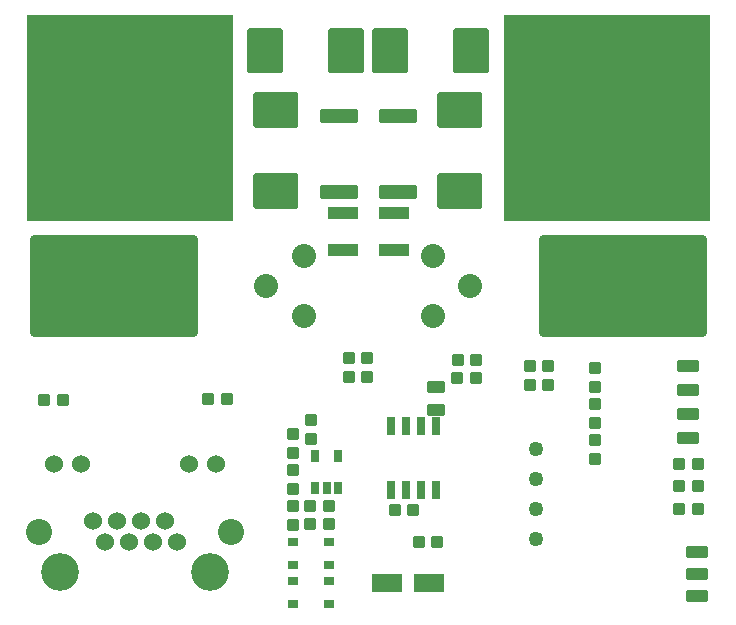
<source format=gbr>
G04*
G04 #@! TF.GenerationSoftware,Altium Limited,Altium Designer,23.8.1 (32)*
G04*
G04 Layer_Color=255*
%FSLAX25Y25*%
%MOIN*%
G70*
G04*
G04 #@! TF.SameCoordinates,264EC624-27BF-4E82-BD90-BE7253C1E6FF*
G04*
G04*
G04 #@! TF.FilePolarity,Positive*
G04*
G01*
G75*
G04:AMPARAMS|DCode=18|XSize=37mil|YSize=39mil|CornerRadius=1.85mil|HoleSize=0mil|Usage=FLASHONLY|Rotation=0.000|XOffset=0mil|YOffset=0mil|HoleType=Round|Shape=RoundedRectangle|*
%AMROUNDEDRECTD18*
21,1,0.03700,0.03530,0,0,0.0*
21,1,0.03330,0.03900,0,0,0.0*
1,1,0.00370,0.01665,-0.01765*
1,1,0.00370,-0.01665,-0.01765*
1,1,0.00370,-0.01665,0.01765*
1,1,0.00370,0.01665,0.01765*
%
%ADD18ROUNDEDRECTD18*%
G04:AMPARAMS|DCode=19|XSize=37mil|YSize=39mil|CornerRadius=1.85mil|HoleSize=0mil|Usage=FLASHONLY|Rotation=270.000|XOffset=0mil|YOffset=0mil|HoleType=Round|Shape=RoundedRectangle|*
%AMROUNDEDRECTD19*
21,1,0.03700,0.03530,0,0,270.0*
21,1,0.03330,0.03900,0,0,270.0*
1,1,0.00370,-0.01765,-0.01665*
1,1,0.00370,-0.01765,0.01665*
1,1,0.00370,0.01765,0.01665*
1,1,0.00370,0.01765,-0.01665*
%
%ADD19ROUNDEDRECTD19*%
G04:AMPARAMS|DCode=20|XSize=71mil|YSize=39mil|CornerRadius=4.88mil|HoleSize=0mil|Usage=FLASHONLY|Rotation=0.000|XOffset=0mil|YOffset=0mil|HoleType=Round|Shape=RoundedRectangle|*
%AMROUNDEDRECTD20*
21,1,0.07100,0.02925,0,0,0.0*
21,1,0.06125,0.03900,0,0,0.0*
1,1,0.00975,0.03063,-0.01463*
1,1,0.00975,-0.03063,-0.01463*
1,1,0.00975,-0.03063,0.01463*
1,1,0.00975,0.03063,0.01463*
%
%ADD20ROUNDEDRECTD20*%
G04:AMPARAMS|DCode=21|XSize=61mil|YSize=24mil|CornerRadius=1.2mil|HoleSize=0mil|Usage=FLASHONLY|Rotation=90.000|XOffset=0mil|YOffset=0mil|HoleType=Round|Shape=RoundedRectangle|*
%AMROUNDEDRECTD21*
21,1,0.06100,0.02160,0,0,90.0*
21,1,0.05860,0.02400,0,0,90.0*
1,1,0.00240,0.01080,0.02930*
1,1,0.00240,0.01080,-0.02930*
1,1,0.00240,-0.01080,-0.02930*
1,1,0.00240,-0.01080,0.02930*
%
%ADD21ROUNDEDRECTD21*%
G04:AMPARAMS|DCode=22|XSize=24mil|YSize=41mil|CornerRadius=1.2mil|HoleSize=0mil|Usage=FLASHONLY|Rotation=0.000|XOffset=0mil|YOffset=0mil|HoleType=Round|Shape=RoundedRectangle|*
%AMROUNDEDRECTD22*
21,1,0.02400,0.03860,0,0,0.0*
21,1,0.02160,0.04100,0,0,0.0*
1,1,0.00240,0.01080,-0.01930*
1,1,0.00240,-0.01080,-0.01930*
1,1,0.00240,-0.01080,0.01930*
1,1,0.00240,0.01080,0.01930*
%
%ADD22ROUNDEDRECTD22*%
G04:AMPARAMS|DCode=23|XSize=49mil|YSize=125mil|CornerRadius=6.13mil|HoleSize=0mil|Usage=FLASHONLY|Rotation=90.000|XOffset=0mil|YOffset=0mil|HoleType=Round|Shape=RoundedRectangle|*
%AMROUNDEDRECTD23*
21,1,0.04900,0.11275,0,0,90.0*
21,1,0.03675,0.12500,0,0,90.0*
1,1,0.01225,0.05638,0.01838*
1,1,0.01225,0.05638,-0.01838*
1,1,0.01225,-0.05638,-0.01838*
1,1,0.01225,-0.05638,0.01838*
%
%ADD23ROUNDEDRECTD23*%
G04:AMPARAMS|DCode=24|XSize=150mil|YSize=119mil|CornerRadius=5.95mil|HoleSize=0mil|Usage=FLASHONLY|Rotation=0.000|XOffset=0mil|YOffset=0mil|HoleType=Round|Shape=RoundedRectangle|*
%AMROUNDEDRECTD24*
21,1,0.15000,0.10710,0,0,0.0*
21,1,0.13810,0.11900,0,0,0.0*
1,1,0.01190,0.06905,-0.05355*
1,1,0.01190,-0.06905,-0.05355*
1,1,0.01190,-0.06905,0.05355*
1,1,0.01190,0.06905,0.05355*
%
%ADD24ROUNDEDRECTD24*%
G04:AMPARAMS|DCode=25|XSize=150mil|YSize=119mil|CornerRadius=5.95mil|HoleSize=0mil|Usage=FLASHONLY|Rotation=90.000|XOffset=0mil|YOffset=0mil|HoleType=Round|Shape=RoundedRectangle|*
%AMROUNDEDRECTD25*
21,1,0.15000,0.10710,0,0,90.0*
21,1,0.13810,0.11900,0,0,90.0*
1,1,0.01190,0.05355,0.06905*
1,1,0.01190,0.05355,-0.06905*
1,1,0.01190,-0.05355,-0.06905*
1,1,0.01190,-0.05355,0.06905*
%
%ADD25ROUNDEDRECTD25*%
G04:AMPARAMS|DCode=26|XSize=31.5mil|YSize=26mil|CornerRadius=1.3mil|HoleSize=0mil|Usage=FLASHONLY|Rotation=0.000|XOffset=0mil|YOffset=0mil|HoleType=Round|Shape=RoundedRectangle|*
%AMROUNDEDRECTD26*
21,1,0.03150,0.02340,0,0,0.0*
21,1,0.02890,0.02600,0,0,0.0*
1,1,0.00260,0.01445,-0.01170*
1,1,0.00260,-0.01445,-0.01170*
1,1,0.00260,-0.01445,0.01170*
1,1,0.00260,0.01445,0.01170*
%
%ADD26ROUNDEDRECTD26*%
G04:AMPARAMS|DCode=27|XSize=43mil|YSize=98mil|CornerRadius=2.15mil|HoleSize=0mil|Usage=FLASHONLY|Rotation=270.000|XOffset=0mil|YOffset=0mil|HoleType=Round|Shape=RoundedRectangle|*
%AMROUNDEDRECTD27*
21,1,0.04300,0.09370,0,0,270.0*
21,1,0.03870,0.09800,0,0,270.0*
1,1,0.00430,-0.04685,-0.01935*
1,1,0.00430,-0.04685,0.01935*
1,1,0.00430,0.04685,0.01935*
1,1,0.00430,0.04685,-0.01935*
%
%ADD27ROUNDEDRECTD27*%
G04:AMPARAMS|DCode=28|XSize=39mil|YSize=57mil|CornerRadius=1.95mil|HoleSize=0mil|Usage=FLASHONLY|Rotation=270.000|XOffset=0mil|YOffset=0mil|HoleType=Round|Shape=RoundedRectangle|*
%AMROUNDEDRECTD28*
21,1,0.03900,0.05310,0,0,270.0*
21,1,0.03510,0.05700,0,0,270.0*
1,1,0.00390,-0.02655,-0.01755*
1,1,0.00390,-0.02655,0.01755*
1,1,0.00390,0.02655,0.01755*
1,1,0.00390,0.02655,-0.01755*
%
%ADD28ROUNDEDRECTD28*%
G04:AMPARAMS|DCode=29|XSize=63mil|YSize=102mil|CornerRadius=7.88mil|HoleSize=0mil|Usage=FLASHONLY|Rotation=270.000|XOffset=0mil|YOffset=0mil|HoleType=Round|Shape=RoundedRectangle|*
%AMROUNDEDRECTD29*
21,1,0.06300,0.08625,0,0,270.0*
21,1,0.04725,0.10200,0,0,270.0*
1,1,0.01575,-0.04313,-0.02362*
1,1,0.01575,-0.04313,0.02362*
1,1,0.01575,0.04313,0.02362*
1,1,0.01575,0.04313,-0.02362*
%
%ADD29ROUNDEDRECTD29*%
G04:AMPARAMS|DCode=51|XSize=341mil|YSize=563mil|CornerRadius=17.05mil|HoleSize=0mil|Usage=FLASHONLY|Rotation=270.000|XOffset=0mil|YOffset=0mil|HoleType=Round|Shape=RoundedRectangle|*
%AMROUNDEDRECTD51*
21,1,0.34100,0.52890,0,0,270.0*
21,1,0.30690,0.56300,0,0,270.0*
1,1,0.03410,-0.26445,-0.15345*
1,1,0.03410,-0.26445,0.15345*
1,1,0.03410,0.26445,0.15345*
1,1,0.03410,0.26445,-0.15345*
%
%ADD51ROUNDEDRECTD51*%
%ADD52C,0.08000*%
%ADD53C,0.02500*%
%ADD54C,0.04940*%
%ADD55R,0.68750X0.68750*%
%ADD56C,0.06000*%
%ADD57C,0.12600*%
%ADD58C,0.08700*%
D18*
X96000Y35800D02*
D03*
X102300D02*
D03*
X219000Y35000D02*
D03*
X225300D02*
D03*
X219000Y42500D02*
D03*
X225300D02*
D03*
X151300Y78600D02*
D03*
X145000D02*
D03*
X151400Y84600D02*
D03*
X145100D02*
D03*
X96000Y29900D02*
D03*
X102300D02*
D03*
X68300Y71700D02*
D03*
X62000D02*
D03*
X7400Y71300D02*
D03*
X13700D02*
D03*
X219000Y50000D02*
D03*
X225300D02*
D03*
X130400Y34500D02*
D03*
X124100D02*
D03*
X132100Y23900D02*
D03*
X138400D02*
D03*
D19*
X175100Y76300D02*
D03*
Y82600D02*
D03*
X109000Y85200D02*
D03*
Y78900D02*
D03*
X115000Y85200D02*
D03*
Y78900D02*
D03*
X90200Y60000D02*
D03*
Y53700D02*
D03*
X191000Y51700D02*
D03*
Y58000D02*
D03*
Y63700D02*
D03*
Y70000D02*
D03*
X90200Y48000D02*
D03*
Y41700D02*
D03*
X191000Y75700D02*
D03*
Y82000D02*
D03*
X90200Y36000D02*
D03*
Y29700D02*
D03*
X96200Y64600D02*
D03*
Y58300D02*
D03*
X169100Y82600D02*
D03*
Y76300D02*
D03*
D20*
X222000Y82500D02*
D03*
Y74500D02*
D03*
Y58600D02*
D03*
Y66600D02*
D03*
X224900Y5900D02*
D03*
Y13300D02*
D03*
X225000Y20700D02*
D03*
D21*
X122800Y41350D02*
D03*
X127800D02*
D03*
X132800D02*
D03*
X137800D02*
D03*
X132800Y62650D02*
D03*
X127800D02*
D03*
X122800D02*
D03*
X137800D02*
D03*
D22*
X97720Y41900D02*
D03*
X101460D02*
D03*
X105200D02*
D03*
Y52500D02*
D03*
X97720D02*
D03*
D23*
X105600Y140700D02*
D03*
Y165900D02*
D03*
X125100D02*
D03*
Y140700D02*
D03*
D24*
X145900Y168100D02*
D03*
Y141100D02*
D03*
X84700Y168100D02*
D03*
Y141100D02*
D03*
D25*
X122700Y187600D02*
D03*
X149700D02*
D03*
X107900D02*
D03*
X80900D02*
D03*
D26*
X90100Y16250D02*
D03*
Y24100D02*
D03*
X102100D02*
D03*
Y16250D02*
D03*
X90100Y3200D02*
D03*
Y11050D02*
D03*
X102100D02*
D03*
Y3200D02*
D03*
D27*
X123800Y133600D02*
D03*
Y121400D02*
D03*
X106900D02*
D03*
Y133600D02*
D03*
D28*
X137800Y68100D02*
D03*
Y75600D02*
D03*
D29*
X135700Y10200D02*
D03*
X121500D02*
D03*
D51*
X200200Y109200D02*
D03*
X30500D02*
D03*
D52*
X136800Y119200D02*
D03*
X149300Y109200D02*
D03*
X136800Y99200D02*
D03*
X93900Y119200D02*
D03*
X81400Y109200D02*
D03*
X93900Y99200D02*
D03*
D53*
X226000Y123800D02*
D03*
Y119300D02*
D03*
Y114800D02*
D03*
Y110300D02*
D03*
Y105800D02*
D03*
Y101300D02*
D03*
Y96800D02*
D03*
X222500Y121300D02*
D03*
Y116800D02*
D03*
Y103300D02*
D03*
Y98800D02*
D03*
Y94300D02*
D03*
X219000Y123800D02*
D03*
Y119300D02*
D03*
Y96800D02*
D03*
X215000Y121300D02*
D03*
Y98800D02*
D03*
Y94300D02*
D03*
X211000Y123300D02*
D03*
Y118800D02*
D03*
Y96300D02*
D03*
X206500Y120800D02*
D03*
Y116300D02*
D03*
Y102800D02*
D03*
Y98300D02*
D03*
Y93800D02*
D03*
X202000Y123300D02*
D03*
Y118800D02*
D03*
Y114300D02*
D03*
Y109800D02*
D03*
Y105300D02*
D03*
Y100800D02*
D03*
Y96300D02*
D03*
X197500Y120800D02*
D03*
Y116300D02*
D03*
Y111800D02*
D03*
Y107300D02*
D03*
Y102800D02*
D03*
Y98300D02*
D03*
Y93800D02*
D03*
X193000Y123300D02*
D03*
Y118800D02*
D03*
Y114300D02*
D03*
Y109800D02*
D03*
Y105300D02*
D03*
Y100800D02*
D03*
Y96300D02*
D03*
X188500Y120800D02*
D03*
Y116300D02*
D03*
Y111800D02*
D03*
Y107300D02*
D03*
Y102800D02*
D03*
Y98300D02*
D03*
Y93800D02*
D03*
X184000Y123300D02*
D03*
Y118800D02*
D03*
Y114300D02*
D03*
Y109800D02*
D03*
Y105300D02*
D03*
Y100800D02*
D03*
Y96300D02*
D03*
X179500Y120800D02*
D03*
Y116300D02*
D03*
Y111800D02*
D03*
Y107300D02*
D03*
Y102800D02*
D03*
Y98300D02*
D03*
Y93800D02*
D03*
X175500Y122800D02*
D03*
Y118300D02*
D03*
Y113800D02*
D03*
Y109300D02*
D03*
Y104800D02*
D03*
Y100300D02*
D03*
Y95800D02*
D03*
X55200Y122600D02*
D03*
Y118100D02*
D03*
Y113600D02*
D03*
Y109100D02*
D03*
Y104600D02*
D03*
Y100100D02*
D03*
Y95600D02*
D03*
X51200Y124600D02*
D03*
Y120100D02*
D03*
Y115600D02*
D03*
Y111100D02*
D03*
Y106600D02*
D03*
Y102100D02*
D03*
Y97600D02*
D03*
X46700Y122100D02*
D03*
Y117600D02*
D03*
Y113100D02*
D03*
Y108600D02*
D03*
Y104100D02*
D03*
Y99600D02*
D03*
Y95100D02*
D03*
X42200Y124600D02*
D03*
Y120100D02*
D03*
Y115600D02*
D03*
Y111100D02*
D03*
Y106600D02*
D03*
Y102100D02*
D03*
Y97600D02*
D03*
X37700Y122100D02*
D03*
Y117600D02*
D03*
Y113100D02*
D03*
Y108600D02*
D03*
Y104100D02*
D03*
Y99600D02*
D03*
Y95100D02*
D03*
X33200Y124600D02*
D03*
Y120100D02*
D03*
Y115600D02*
D03*
Y111100D02*
D03*
Y106600D02*
D03*
Y102100D02*
D03*
Y97600D02*
D03*
X28700Y122100D02*
D03*
Y117600D02*
D03*
Y113100D02*
D03*
Y108600D02*
D03*
Y104100D02*
D03*
Y99600D02*
D03*
Y95100D02*
D03*
X24200Y124600D02*
D03*
Y120100D02*
D03*
Y115600D02*
D03*
Y102100D02*
D03*
Y97600D02*
D03*
X19700Y122100D02*
D03*
Y99600D02*
D03*
Y95100D02*
D03*
X15700Y124100D02*
D03*
Y119600D02*
D03*
Y97100D02*
D03*
X11700Y121600D02*
D03*
Y99100D02*
D03*
Y94600D02*
D03*
X8200Y124100D02*
D03*
Y119600D02*
D03*
Y115100D02*
D03*
Y101600D02*
D03*
Y97100D02*
D03*
X4700Y121600D02*
D03*
Y117100D02*
D03*
Y112600D02*
D03*
Y108100D02*
D03*
Y103600D02*
D03*
Y99100D02*
D03*
Y94600D02*
D03*
D54*
X171100Y24900D02*
D03*
Y34900D02*
D03*
Y44900D02*
D03*
Y54900D02*
D03*
D55*
X194800Y165200D02*
D03*
X35800D02*
D03*
D56*
X51600Y23900D02*
D03*
X47575Y30900D02*
D03*
X43575Y23900D02*
D03*
X39525Y30900D02*
D03*
X35550Y23900D02*
D03*
X31525Y30900D02*
D03*
X27525Y23900D02*
D03*
X23500Y30900D02*
D03*
X64600Y49900D02*
D03*
X55600D02*
D03*
X19600D02*
D03*
X10600D02*
D03*
D57*
X12600Y13900D02*
D03*
X62600D02*
D03*
D58*
X5600Y27400D02*
D03*
X69600D02*
D03*
M02*

</source>
